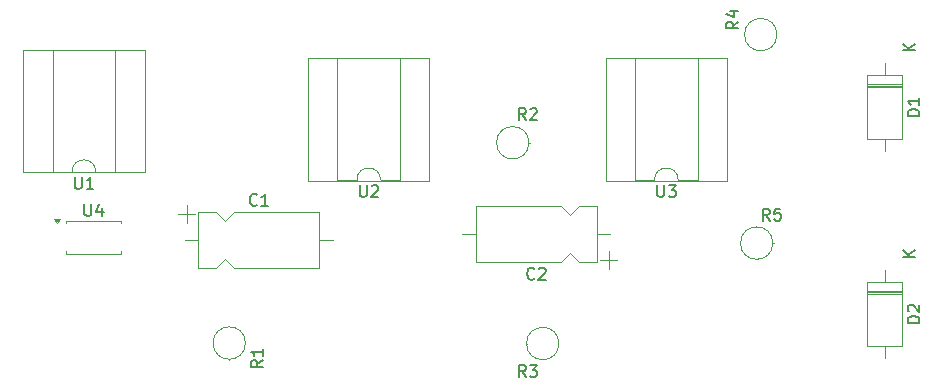
<source format=gbr>
%TF.GenerationSoftware,KiCad,Pcbnew,8.0.6*%
%TF.CreationDate,2024-11-12T11:26:50-05:00*%
%TF.ProjectId,Lab8 Schematic,4c616238-2053-4636-9865-6d617469632e,rev?*%
%TF.SameCoordinates,Original*%
%TF.FileFunction,Legend,Top*%
%TF.FilePolarity,Positive*%
%FSLAX46Y46*%
G04 Gerber Fmt 4.6, Leading zero omitted, Abs format (unit mm)*
G04 Created by KiCad (PCBNEW 8.0.6) date 2024-11-12 11:26:50*
%MOMM*%
%LPD*%
G01*
G04 APERTURE LIST*
%ADD10C,0.150000*%
%ADD11C,0.120000*%
G04 APERTURE END LIST*
D10*
X141833333Y-59987080D02*
X141785714Y-60034700D01*
X141785714Y-60034700D02*
X141642857Y-60082319D01*
X141642857Y-60082319D02*
X141547619Y-60082319D01*
X141547619Y-60082319D02*
X141404762Y-60034700D01*
X141404762Y-60034700D02*
X141309524Y-59939461D01*
X141309524Y-59939461D02*
X141261905Y-59844223D01*
X141261905Y-59844223D02*
X141214286Y-59653747D01*
X141214286Y-59653747D02*
X141214286Y-59510890D01*
X141214286Y-59510890D02*
X141261905Y-59320414D01*
X141261905Y-59320414D02*
X141309524Y-59225176D01*
X141309524Y-59225176D02*
X141404762Y-59129938D01*
X141404762Y-59129938D02*
X141547619Y-59082319D01*
X141547619Y-59082319D02*
X141642857Y-59082319D01*
X141642857Y-59082319D02*
X141785714Y-59129938D01*
X141785714Y-59129938D02*
X141833333Y-59177557D01*
X142214286Y-59177557D02*
X142261905Y-59129938D01*
X142261905Y-59129938D02*
X142357143Y-59082319D01*
X142357143Y-59082319D02*
X142595238Y-59082319D01*
X142595238Y-59082319D02*
X142690476Y-59129938D01*
X142690476Y-59129938D02*
X142738095Y-59177557D01*
X142738095Y-59177557D02*
X142785714Y-59272795D01*
X142785714Y-59272795D02*
X142785714Y-59368033D01*
X142785714Y-59368033D02*
X142738095Y-59510890D01*
X142738095Y-59510890D02*
X142166667Y-60082319D01*
X142166667Y-60082319D02*
X142785714Y-60082319D01*
X118333333Y-53732080D02*
X118285714Y-53779700D01*
X118285714Y-53779700D02*
X118142857Y-53827319D01*
X118142857Y-53827319D02*
X118047619Y-53827319D01*
X118047619Y-53827319D02*
X117904762Y-53779700D01*
X117904762Y-53779700D02*
X117809524Y-53684461D01*
X117809524Y-53684461D02*
X117761905Y-53589223D01*
X117761905Y-53589223D02*
X117714286Y-53398747D01*
X117714286Y-53398747D02*
X117714286Y-53255890D01*
X117714286Y-53255890D02*
X117761905Y-53065414D01*
X117761905Y-53065414D02*
X117809524Y-52970176D01*
X117809524Y-52970176D02*
X117904762Y-52874938D01*
X117904762Y-52874938D02*
X118047619Y-52827319D01*
X118047619Y-52827319D02*
X118142857Y-52827319D01*
X118142857Y-52827319D02*
X118285714Y-52874938D01*
X118285714Y-52874938D02*
X118333333Y-52922557D01*
X119285714Y-53827319D02*
X118714286Y-53827319D01*
X119000000Y-53827319D02*
X119000000Y-52827319D01*
X119000000Y-52827319D02*
X118904762Y-52970176D01*
X118904762Y-52970176D02*
X118809524Y-53065414D01*
X118809524Y-53065414D02*
X118714286Y-53113033D01*
X161758333Y-55084819D02*
X161425000Y-54608628D01*
X161186905Y-55084819D02*
X161186905Y-54084819D01*
X161186905Y-54084819D02*
X161567857Y-54084819D01*
X161567857Y-54084819D02*
X161663095Y-54132438D01*
X161663095Y-54132438D02*
X161710714Y-54180057D01*
X161710714Y-54180057D02*
X161758333Y-54275295D01*
X161758333Y-54275295D02*
X161758333Y-54418152D01*
X161758333Y-54418152D02*
X161710714Y-54513390D01*
X161710714Y-54513390D02*
X161663095Y-54561009D01*
X161663095Y-54561009D02*
X161567857Y-54608628D01*
X161567857Y-54608628D02*
X161186905Y-54608628D01*
X162663095Y-54084819D02*
X162186905Y-54084819D01*
X162186905Y-54084819D02*
X162139286Y-54561009D01*
X162139286Y-54561009D02*
X162186905Y-54513390D01*
X162186905Y-54513390D02*
X162282143Y-54465771D01*
X162282143Y-54465771D02*
X162520238Y-54465771D01*
X162520238Y-54465771D02*
X162615476Y-54513390D01*
X162615476Y-54513390D02*
X162663095Y-54561009D01*
X162663095Y-54561009D02*
X162710714Y-54656247D01*
X162710714Y-54656247D02*
X162710714Y-54894342D01*
X162710714Y-54894342D02*
X162663095Y-54989580D01*
X162663095Y-54989580D02*
X162615476Y-55037200D01*
X162615476Y-55037200D02*
X162520238Y-55084819D01*
X162520238Y-55084819D02*
X162282143Y-55084819D01*
X162282143Y-55084819D02*
X162186905Y-55037200D01*
X162186905Y-55037200D02*
X162139286Y-54989580D01*
X159084819Y-38241666D02*
X158608628Y-38574999D01*
X159084819Y-38813094D02*
X158084819Y-38813094D01*
X158084819Y-38813094D02*
X158084819Y-38432142D01*
X158084819Y-38432142D02*
X158132438Y-38336904D01*
X158132438Y-38336904D02*
X158180057Y-38289285D01*
X158180057Y-38289285D02*
X158275295Y-38241666D01*
X158275295Y-38241666D02*
X158418152Y-38241666D01*
X158418152Y-38241666D02*
X158513390Y-38289285D01*
X158513390Y-38289285D02*
X158561009Y-38336904D01*
X158561009Y-38336904D02*
X158608628Y-38432142D01*
X158608628Y-38432142D02*
X158608628Y-38813094D01*
X158418152Y-37384523D02*
X159084819Y-37384523D01*
X158037200Y-37622618D02*
X158751485Y-37860713D01*
X158751485Y-37860713D02*
X158751485Y-37241666D01*
X141103333Y-68324819D02*
X140770000Y-67848628D01*
X140531905Y-68324819D02*
X140531905Y-67324819D01*
X140531905Y-67324819D02*
X140912857Y-67324819D01*
X140912857Y-67324819D02*
X141008095Y-67372438D01*
X141008095Y-67372438D02*
X141055714Y-67420057D01*
X141055714Y-67420057D02*
X141103333Y-67515295D01*
X141103333Y-67515295D02*
X141103333Y-67658152D01*
X141103333Y-67658152D02*
X141055714Y-67753390D01*
X141055714Y-67753390D02*
X141008095Y-67801009D01*
X141008095Y-67801009D02*
X140912857Y-67848628D01*
X140912857Y-67848628D02*
X140531905Y-67848628D01*
X141436667Y-67324819D02*
X142055714Y-67324819D01*
X142055714Y-67324819D02*
X141722381Y-67705771D01*
X141722381Y-67705771D02*
X141865238Y-67705771D01*
X141865238Y-67705771D02*
X141960476Y-67753390D01*
X141960476Y-67753390D02*
X142008095Y-67801009D01*
X142008095Y-67801009D02*
X142055714Y-67896247D01*
X142055714Y-67896247D02*
X142055714Y-68134342D01*
X142055714Y-68134342D02*
X142008095Y-68229580D01*
X142008095Y-68229580D02*
X141960476Y-68277200D01*
X141960476Y-68277200D02*
X141865238Y-68324819D01*
X141865238Y-68324819D02*
X141579524Y-68324819D01*
X141579524Y-68324819D02*
X141484286Y-68277200D01*
X141484286Y-68277200D02*
X141436667Y-68229580D01*
X141103333Y-46584819D02*
X140770000Y-46108628D01*
X140531905Y-46584819D02*
X140531905Y-45584819D01*
X140531905Y-45584819D02*
X140912857Y-45584819D01*
X140912857Y-45584819D02*
X141008095Y-45632438D01*
X141008095Y-45632438D02*
X141055714Y-45680057D01*
X141055714Y-45680057D02*
X141103333Y-45775295D01*
X141103333Y-45775295D02*
X141103333Y-45918152D01*
X141103333Y-45918152D02*
X141055714Y-46013390D01*
X141055714Y-46013390D02*
X141008095Y-46061009D01*
X141008095Y-46061009D02*
X140912857Y-46108628D01*
X140912857Y-46108628D02*
X140531905Y-46108628D01*
X141484286Y-45680057D02*
X141531905Y-45632438D01*
X141531905Y-45632438D02*
X141627143Y-45584819D01*
X141627143Y-45584819D02*
X141865238Y-45584819D01*
X141865238Y-45584819D02*
X141960476Y-45632438D01*
X141960476Y-45632438D02*
X142008095Y-45680057D01*
X142008095Y-45680057D02*
X142055714Y-45775295D01*
X142055714Y-45775295D02*
X142055714Y-45870533D01*
X142055714Y-45870533D02*
X142008095Y-46013390D01*
X142008095Y-46013390D02*
X141436667Y-46584819D01*
X141436667Y-46584819D02*
X142055714Y-46584819D01*
X118824819Y-66896666D02*
X118348628Y-67229999D01*
X118824819Y-67468094D02*
X117824819Y-67468094D01*
X117824819Y-67468094D02*
X117824819Y-67087142D01*
X117824819Y-67087142D02*
X117872438Y-66991904D01*
X117872438Y-66991904D02*
X117920057Y-66944285D01*
X117920057Y-66944285D02*
X118015295Y-66896666D01*
X118015295Y-66896666D02*
X118158152Y-66896666D01*
X118158152Y-66896666D02*
X118253390Y-66944285D01*
X118253390Y-66944285D02*
X118301009Y-66991904D01*
X118301009Y-66991904D02*
X118348628Y-67087142D01*
X118348628Y-67087142D02*
X118348628Y-67468094D01*
X118824819Y-65944285D02*
X118824819Y-66515713D01*
X118824819Y-66229999D02*
X117824819Y-66229999D01*
X117824819Y-66229999D02*
X117967676Y-66325237D01*
X117967676Y-66325237D02*
X118062914Y-66420475D01*
X118062914Y-66420475D02*
X118110533Y-66515713D01*
X127048095Y-52094819D02*
X127048095Y-52904342D01*
X127048095Y-52904342D02*
X127095714Y-52999580D01*
X127095714Y-52999580D02*
X127143333Y-53047200D01*
X127143333Y-53047200D02*
X127238571Y-53094819D01*
X127238571Y-53094819D02*
X127429047Y-53094819D01*
X127429047Y-53094819D02*
X127524285Y-53047200D01*
X127524285Y-53047200D02*
X127571904Y-52999580D01*
X127571904Y-52999580D02*
X127619523Y-52904342D01*
X127619523Y-52904342D02*
X127619523Y-52094819D01*
X128048095Y-52190057D02*
X128095714Y-52142438D01*
X128095714Y-52142438D02*
X128190952Y-52094819D01*
X128190952Y-52094819D02*
X128429047Y-52094819D01*
X128429047Y-52094819D02*
X128524285Y-52142438D01*
X128524285Y-52142438D02*
X128571904Y-52190057D01*
X128571904Y-52190057D02*
X128619523Y-52285295D01*
X128619523Y-52285295D02*
X128619523Y-52380533D01*
X128619523Y-52380533D02*
X128571904Y-52523390D01*
X128571904Y-52523390D02*
X128000476Y-53094819D01*
X128000476Y-53094819D02*
X128619523Y-53094819D01*
X103738095Y-53704819D02*
X103738095Y-54514342D01*
X103738095Y-54514342D02*
X103785714Y-54609580D01*
X103785714Y-54609580D02*
X103833333Y-54657200D01*
X103833333Y-54657200D02*
X103928571Y-54704819D01*
X103928571Y-54704819D02*
X104119047Y-54704819D01*
X104119047Y-54704819D02*
X104214285Y-54657200D01*
X104214285Y-54657200D02*
X104261904Y-54609580D01*
X104261904Y-54609580D02*
X104309523Y-54514342D01*
X104309523Y-54514342D02*
X104309523Y-53704819D01*
X105214285Y-54038152D02*
X105214285Y-54704819D01*
X104976190Y-53657200D02*
X104738095Y-54371485D01*
X104738095Y-54371485D02*
X105357142Y-54371485D01*
X102928095Y-51404819D02*
X102928095Y-52214342D01*
X102928095Y-52214342D02*
X102975714Y-52309580D01*
X102975714Y-52309580D02*
X103023333Y-52357200D01*
X103023333Y-52357200D02*
X103118571Y-52404819D01*
X103118571Y-52404819D02*
X103309047Y-52404819D01*
X103309047Y-52404819D02*
X103404285Y-52357200D01*
X103404285Y-52357200D02*
X103451904Y-52309580D01*
X103451904Y-52309580D02*
X103499523Y-52214342D01*
X103499523Y-52214342D02*
X103499523Y-51404819D01*
X104499523Y-52404819D02*
X103928095Y-52404819D01*
X104213809Y-52404819D02*
X104213809Y-51404819D01*
X104213809Y-51404819D02*
X104118571Y-51547676D01*
X104118571Y-51547676D02*
X104023333Y-51642914D01*
X104023333Y-51642914D02*
X103928095Y-51690533D01*
X152238095Y-52094819D02*
X152238095Y-52904342D01*
X152238095Y-52904342D02*
X152285714Y-52999580D01*
X152285714Y-52999580D02*
X152333333Y-53047200D01*
X152333333Y-53047200D02*
X152428571Y-53094819D01*
X152428571Y-53094819D02*
X152619047Y-53094819D01*
X152619047Y-53094819D02*
X152714285Y-53047200D01*
X152714285Y-53047200D02*
X152761904Y-52999580D01*
X152761904Y-52999580D02*
X152809523Y-52904342D01*
X152809523Y-52904342D02*
X152809523Y-52094819D01*
X153190476Y-52094819D02*
X153809523Y-52094819D01*
X153809523Y-52094819D02*
X153476190Y-52475771D01*
X153476190Y-52475771D02*
X153619047Y-52475771D01*
X153619047Y-52475771D02*
X153714285Y-52523390D01*
X153714285Y-52523390D02*
X153761904Y-52571009D01*
X153761904Y-52571009D02*
X153809523Y-52666247D01*
X153809523Y-52666247D02*
X153809523Y-52904342D01*
X153809523Y-52904342D02*
X153761904Y-52999580D01*
X153761904Y-52999580D02*
X153714285Y-53047200D01*
X153714285Y-53047200D02*
X153619047Y-53094819D01*
X153619047Y-53094819D02*
X153333333Y-53094819D01*
X153333333Y-53094819D02*
X153238095Y-53047200D01*
X153238095Y-53047200D02*
X153190476Y-52999580D01*
X174424819Y-46238094D02*
X173424819Y-46238094D01*
X173424819Y-46238094D02*
X173424819Y-45999999D01*
X173424819Y-45999999D02*
X173472438Y-45857142D01*
X173472438Y-45857142D02*
X173567676Y-45761904D01*
X173567676Y-45761904D02*
X173662914Y-45714285D01*
X173662914Y-45714285D02*
X173853390Y-45666666D01*
X173853390Y-45666666D02*
X173996247Y-45666666D01*
X173996247Y-45666666D02*
X174186723Y-45714285D01*
X174186723Y-45714285D02*
X174281961Y-45761904D01*
X174281961Y-45761904D02*
X174377200Y-45857142D01*
X174377200Y-45857142D02*
X174424819Y-45999999D01*
X174424819Y-45999999D02*
X174424819Y-46238094D01*
X174424819Y-44714285D02*
X174424819Y-45285713D01*
X174424819Y-44999999D02*
X173424819Y-44999999D01*
X173424819Y-44999999D02*
X173567676Y-45095237D01*
X173567676Y-45095237D02*
X173662914Y-45190475D01*
X173662914Y-45190475D02*
X173710533Y-45285713D01*
X174054819Y-40681904D02*
X173054819Y-40681904D01*
X174054819Y-40110476D02*
X173483390Y-40539047D01*
X173054819Y-40110476D02*
X173626247Y-40681904D01*
X174424819Y-63738094D02*
X173424819Y-63738094D01*
X173424819Y-63738094D02*
X173424819Y-63499999D01*
X173424819Y-63499999D02*
X173472438Y-63357142D01*
X173472438Y-63357142D02*
X173567676Y-63261904D01*
X173567676Y-63261904D02*
X173662914Y-63214285D01*
X173662914Y-63214285D02*
X173853390Y-63166666D01*
X173853390Y-63166666D02*
X173996247Y-63166666D01*
X173996247Y-63166666D02*
X174186723Y-63214285D01*
X174186723Y-63214285D02*
X174281961Y-63261904D01*
X174281961Y-63261904D02*
X174377200Y-63357142D01*
X174377200Y-63357142D02*
X174424819Y-63499999D01*
X174424819Y-63499999D02*
X174424819Y-63738094D01*
X173520057Y-62785713D02*
X173472438Y-62738094D01*
X173472438Y-62738094D02*
X173424819Y-62642856D01*
X173424819Y-62642856D02*
X173424819Y-62404761D01*
X173424819Y-62404761D02*
X173472438Y-62309523D01*
X173472438Y-62309523D02*
X173520057Y-62261904D01*
X173520057Y-62261904D02*
X173615295Y-62214285D01*
X173615295Y-62214285D02*
X173710533Y-62214285D01*
X173710533Y-62214285D02*
X173853390Y-62261904D01*
X173853390Y-62261904D02*
X174424819Y-62833332D01*
X174424819Y-62833332D02*
X174424819Y-62214285D01*
X174054819Y-58181904D02*
X173054819Y-58181904D01*
X174054819Y-57610476D02*
X173483390Y-58039047D01*
X173054819Y-57610476D02*
X173626247Y-58181904D01*
D11*
%TO.C,C2*%
X148870000Y-58457500D02*
X147370000Y-58457500D01*
X148260000Y-56257500D02*
X147120000Y-56257500D01*
X148120000Y-59207500D02*
X148120000Y-57707500D01*
X147120000Y-58627500D02*
X147120000Y-53887500D01*
X147120000Y-58627500D02*
X145620000Y-58627500D01*
X147120000Y-53887500D02*
X145620000Y-53887500D01*
X145620000Y-58627500D02*
X144870000Y-57877500D01*
X145620000Y-53887500D02*
X144870000Y-54637500D01*
X144870000Y-57877500D02*
X144120000Y-58627500D01*
X144870000Y-54637500D02*
X144120000Y-53887500D01*
X144120000Y-58627500D02*
X136880000Y-58627500D01*
X144120000Y-53887500D02*
X136880000Y-53887500D01*
X136880000Y-58627500D02*
X136880000Y-53887500D01*
X135740000Y-56257500D02*
X136880000Y-56257500D01*
%TO.C,C1*%
X111630000Y-54542500D02*
X113130000Y-54542500D01*
X112240000Y-56742500D02*
X113380000Y-56742500D01*
X112380000Y-53792500D02*
X112380000Y-55292500D01*
X113380000Y-54372500D02*
X113380000Y-59112500D01*
X113380000Y-54372500D02*
X114880000Y-54372500D01*
X113380000Y-59112500D02*
X114880000Y-59112500D01*
X114880000Y-54372500D02*
X115630000Y-55122500D01*
X114880000Y-59112500D02*
X115630000Y-58362500D01*
X115630000Y-55122500D02*
X116380000Y-54372500D01*
X115630000Y-58362500D02*
X116380000Y-59112500D01*
X116380000Y-54372500D02*
X123620000Y-54372500D01*
X116380000Y-59112500D02*
X123620000Y-59112500D01*
X123620000Y-54372500D02*
X123620000Y-59112500D01*
X124760000Y-56742500D02*
X123620000Y-56742500D01*
%TO.C,R5*%
X162025000Y-57000000D02*
X162095000Y-57000000D01*
X162025000Y-57000000D02*
G75*
G02*
X159285000Y-57000000I-1370000J0D01*
G01*
X159285000Y-57000000D02*
G75*
G02*
X162025000Y-57000000I1370000J0D01*
G01*
%TO.C,R4*%
X161000000Y-37975000D02*
X161000000Y-37905000D01*
X162370000Y-39345000D02*
G75*
G02*
X159630000Y-39345000I-1370000J0D01*
G01*
X159630000Y-39345000D02*
G75*
G02*
X162370000Y-39345000I1370000J0D01*
G01*
%TO.C,R3*%
X143910000Y-65500000D02*
G75*
G02*
X141170000Y-65500000I-1370000J0D01*
G01*
X141170000Y-65500000D02*
G75*
G02*
X143910000Y-65500000I1370000J0D01*
G01*
X141170000Y-65500000D02*
X141100000Y-65500000D01*
%TO.C,R2*%
X141370000Y-48500000D02*
X141440000Y-48500000D01*
X141370000Y-48500000D02*
G75*
G02*
X138630000Y-48500000I-1370000J0D01*
G01*
X138630000Y-48500000D02*
G75*
G02*
X141370000Y-48500000I1370000J0D01*
G01*
%TO.C,R1*%
X116000000Y-66830000D02*
X116000000Y-66900000D01*
X117370000Y-65460000D02*
G75*
G02*
X114630000Y-65460000I-1370000J0D01*
G01*
X114630000Y-65460000D02*
G75*
G02*
X117370000Y-65460000I1370000J0D01*
G01*
%TO.C,U2*%
X122670000Y-41300000D02*
X122670000Y-51700000D01*
X122670000Y-51700000D02*
X132950000Y-51700000D01*
X125160000Y-41360000D02*
X125160000Y-51640000D01*
X125160000Y-51640000D02*
X126810000Y-51640000D01*
X128810000Y-51640000D02*
X130460000Y-51640000D01*
X130460000Y-41360000D02*
X125160000Y-41360000D01*
X130460000Y-51640000D02*
X130460000Y-41360000D01*
X132950000Y-41300000D02*
X122670000Y-41300000D01*
X132950000Y-51700000D02*
X132950000Y-41300000D01*
X126810000Y-51640000D02*
G75*
G02*
X128810000Y-51640000I1000000J0D01*
G01*
%TO.C,U4*%
X102190000Y-55090000D02*
X102190000Y-55305000D01*
X102190000Y-57910000D02*
X102190000Y-57695000D01*
X104500000Y-55090000D02*
X102190000Y-55090000D01*
X104500000Y-55090000D02*
X106810000Y-55090000D01*
X104500000Y-57910000D02*
X102190000Y-57910000D01*
X104500000Y-57910000D02*
X106810000Y-57910000D01*
X106810000Y-55090000D02*
X106810000Y-55305000D01*
X106810000Y-57910000D02*
X106810000Y-57695000D01*
X101400000Y-55305000D02*
X101160000Y-54975000D01*
X101640000Y-54975000D01*
X101400000Y-55305000D01*
G36*
X101400000Y-55305000D02*
G01*
X101160000Y-54975000D01*
X101640000Y-54975000D01*
X101400000Y-55305000D01*
G37*
%TO.C,U1*%
X98550000Y-40610000D02*
X98550000Y-51010000D01*
X98550000Y-51010000D02*
X108830000Y-51010000D01*
X101040000Y-40670000D02*
X101040000Y-50950000D01*
X101040000Y-50950000D02*
X102690000Y-50950000D01*
X104690000Y-50950000D02*
X106340000Y-50950000D01*
X106340000Y-40670000D02*
X101040000Y-40670000D01*
X106340000Y-50950000D02*
X106340000Y-40670000D01*
X108830000Y-40610000D02*
X98550000Y-40610000D01*
X108830000Y-51010000D02*
X108830000Y-40610000D01*
X102690000Y-50950000D02*
G75*
G02*
X104690000Y-50950000I1000000J0D01*
G01*
%TO.C,U3*%
X147860000Y-41300000D02*
X147860000Y-51700000D01*
X147860000Y-51700000D02*
X158140000Y-51700000D01*
X150350000Y-41360000D02*
X150350000Y-51640000D01*
X150350000Y-51640000D02*
X152000000Y-51640000D01*
X154000000Y-51640000D02*
X155650000Y-51640000D01*
X155650000Y-41360000D02*
X150350000Y-41360000D01*
X155650000Y-51640000D02*
X155650000Y-41360000D01*
X158140000Y-41300000D02*
X147860000Y-41300000D01*
X158140000Y-51700000D02*
X158140000Y-41300000D01*
X152000000Y-51640000D02*
G75*
G02*
X154000000Y-51640000I1000000J0D01*
G01*
%TO.C,D1*%
X170030000Y-42780000D02*
X170030000Y-48220000D01*
X170030000Y-48220000D02*
X172970000Y-48220000D01*
X171500000Y-41760000D02*
X171500000Y-42780000D01*
X171500000Y-49240000D02*
X171500000Y-48220000D01*
X172970000Y-42780000D02*
X170030000Y-42780000D01*
X172970000Y-43560000D02*
X170030000Y-43560000D01*
X172970000Y-43680000D02*
X170030000Y-43680000D01*
X172970000Y-43800000D02*
X170030000Y-43800000D01*
X172970000Y-48220000D02*
X172970000Y-42780000D01*
%TO.C,D2*%
X170030000Y-60280000D02*
X170030000Y-65720000D01*
X170030000Y-65720000D02*
X172970000Y-65720000D01*
X171500000Y-59260000D02*
X171500000Y-60280000D01*
X171500000Y-66740000D02*
X171500000Y-65720000D01*
X172970000Y-60280000D02*
X170030000Y-60280000D01*
X172970000Y-61060000D02*
X170030000Y-61060000D01*
X172970000Y-61180000D02*
X170030000Y-61180000D01*
X172970000Y-61300000D02*
X170030000Y-61300000D01*
X172970000Y-65720000D02*
X172970000Y-60280000D01*
%TD*%
M02*

</source>
